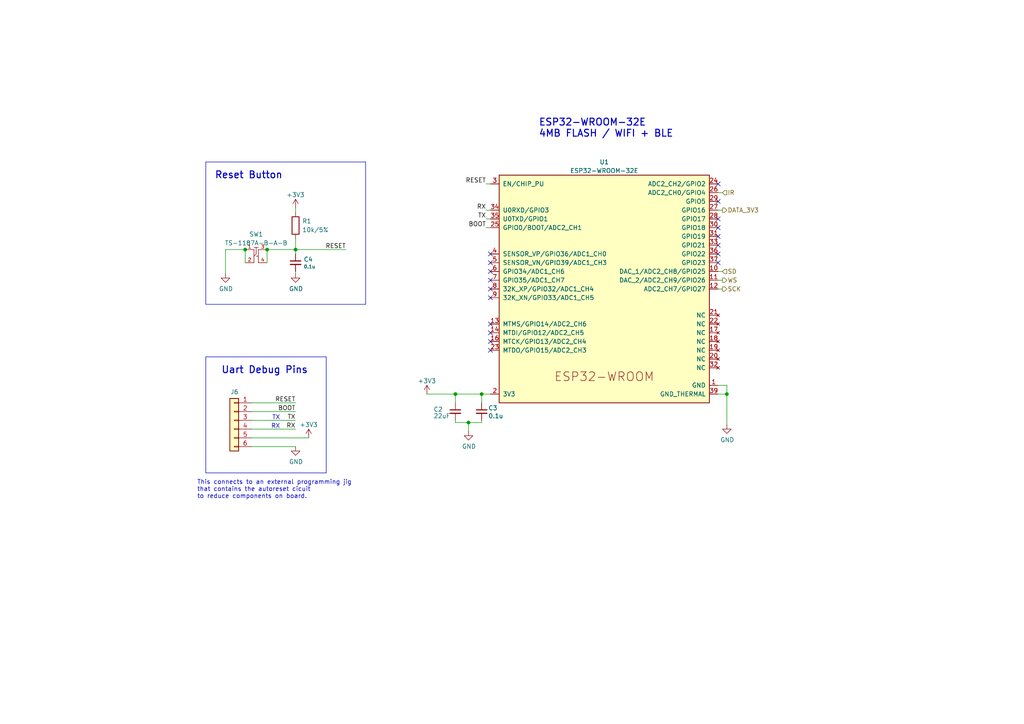
<source format=kicad_sch>
(kicad_sch (version 20230121) (generator eeschema)

  (uuid 414bc9e6-b63b-43de-9d34-6e66a291f1b0)

  (paper "A4")

  (lib_symbols
    (symbol "0000:TS-1187A-B-A-B" (pin_names (offset 1.016)) (in_bom yes) (on_board yes)
      (property "Reference" "SW" (at -1.27 3.81 0)
        (effects (font (size 1.27 1.27)) (justify left bottom))
      )
      (property "Value" "TS-1187A-B-A-B" (at -9.525 -5.08 0)
        (effects (font (size 1.27 1.27)) (justify left top))
      )
      (property "Footprint" "0000:TS-1187A-B-A-B" (at 0.635 -8.89 0)
        (effects (font (size 1.27 1.27)) (justify bottom) hide)
      )
      (property "Datasheet" "" (at 0 1.27 0)
        (effects (font (size 1.27 1.27)) hide)
      )
      (symbol "TS-1187A-B-A-B_0_0"
        (pin passive line (at -3.175 1.27 0) (length 2.54)
          (name "" (effects (font (size 1.016 1.016))))
          (number "1" (effects (font (size 1.016 1.016))))
        )
        (pin passive line (at -3.175 -2.54 0) (length 2.54)
          (name "" (effects (font (size 1.016 1.016))))
          (number "2" (effects (font (size 1.016 1.016))))
        )
        (pin passive line (at 3.175 1.27 180) (length 2.54)
          (name "" (effects (font (size 1.016 1.016))))
          (number "3" (effects (font (size 1.016 1.016))))
        )
        (pin passive line (at 3.175 -2.54 180) (length 2.54)
          (name "" (effects (font (size 1.016 1.016))))
          (number "4" (effects (font (size 1.016 1.016))))
        )
      )
      (symbol "TS-1187A-B-A-B_0_1"
        (polyline
          (pts
            (xy -0.635 1.27)
            (xy -0.635 -2.54)
          )
          (stroke (width 0) (type default))
          (fill (type none))
        )
        (polyline
          (pts
            (xy -0.635 1.905)
            (xy 0.635 1.905)
          )
          (stroke (width 0) (type default))
          (fill (type none))
        )
        (polyline
          (pts
            (xy 0 0)
            (xy -0.635 -0.635)
          )
          (stroke (width 0) (type default))
          (fill (type none))
        )
        (polyline
          (pts
            (xy 0 0.635)
            (xy 0 0)
          )
          (stroke (width 0) (type default))
          (fill (type none))
        )
        (polyline
          (pts
            (xy 0 0.635)
            (xy 0 1.905)
          )
          (stroke (width 0) (type default))
          (fill (type none))
        )
        (polyline
          (pts
            (xy 0.635 -2.54)
            (xy 0.635 1.27)
          )
          (stroke (width 0) (type default))
          (fill (type none))
        )
        (polyline
          (pts
            (xy 0.635 -0.635)
            (xy 0 -0.635)
          )
          (stroke (width 0) (type default))
          (fill (type none))
        )
      )
    )
    (symbol "Connector_Generic:Conn_01x06" (pin_names (offset 1.016) hide) (in_bom yes) (on_board yes)
      (property "Reference" "J" (at 0 7.62 0)
        (effects (font (size 1.27 1.27)))
      )
      (property "Value" "Conn_01x06" (at 0 -10.16 0)
        (effects (font (size 1.27 1.27)))
      )
      (property "Footprint" "" (at 0 0 0)
        (effects (font (size 1.27 1.27)) hide)
      )
      (property "Datasheet" "~" (at 0 0 0)
        (effects (font (size 1.27 1.27)) hide)
      )
      (property "ki_keywords" "connector" (at 0 0 0)
        (effects (font (size 1.27 1.27)) hide)
      )
      (property "ki_description" "Generic connector, single row, 01x06, script generated (kicad-library-utils/schlib/autogen/connector/)" (at 0 0 0)
        (effects (font (size 1.27 1.27)) hide)
      )
      (property "ki_fp_filters" "Connector*:*_1x??_*" (at 0 0 0)
        (effects (font (size 1.27 1.27)) hide)
      )
      (symbol "Conn_01x06_1_1"
        (rectangle (start -1.27 -7.493) (end 0 -7.747)
          (stroke (width 0.1524) (type default))
          (fill (type none))
        )
        (rectangle (start -1.27 -4.953) (end 0 -5.207)
          (stroke (width 0.1524) (type default))
          (fill (type none))
        )
        (rectangle (start -1.27 -2.413) (end 0 -2.667)
          (stroke (width 0.1524) (type default))
          (fill (type none))
        )
        (rectangle (start -1.27 0.127) (end 0 -0.127)
          (stroke (width 0.1524) (type default))
          (fill (type none))
        )
        (rectangle (start -1.27 2.667) (end 0 2.413)
          (stroke (width 0.1524) (type default))
          (fill (type none))
        )
        (rectangle (start -1.27 5.207) (end 0 4.953)
          (stroke (width 0.1524) (type default))
          (fill (type none))
        )
        (rectangle (start -1.27 6.35) (end 1.27 -8.89)
          (stroke (width 0.254) (type default))
          (fill (type background))
        )
        (pin passive line (at -5.08 5.08 0) (length 3.81)
          (name "Pin_1" (effects (font (size 1.27 1.27))))
          (number "1" (effects (font (size 1.27 1.27))))
        )
        (pin passive line (at -5.08 2.54 0) (length 3.81)
          (name "Pin_2" (effects (font (size 1.27 1.27))))
          (number "2" (effects (font (size 1.27 1.27))))
        )
        (pin passive line (at -5.08 0 0) (length 3.81)
          (name "Pin_3" (effects (font (size 1.27 1.27))))
          (number "3" (effects (font (size 1.27 1.27))))
        )
        (pin passive line (at -5.08 -2.54 0) (length 3.81)
          (name "Pin_4" (effects (font (size 1.27 1.27))))
          (number "4" (effects (font (size 1.27 1.27))))
        )
        (pin passive line (at -5.08 -5.08 0) (length 3.81)
          (name "Pin_5" (effects (font (size 1.27 1.27))))
          (number "5" (effects (font (size 1.27 1.27))))
        )
        (pin passive line (at -5.08 -7.62 0) (length 3.81)
          (name "Pin_6" (effects (font (size 1.27 1.27))))
          (number "6" (effects (font (size 1.27 1.27))))
        )
      )
    )
    (symbol "Device:C_Small" (pin_numbers hide) (pin_names (offset 0.254) hide) (in_bom yes) (on_board yes)
      (property "Reference" "C" (at 0.254 1.778 0)
        (effects (font (size 1.27 1.27)) (justify left))
      )
      (property "Value" "C_Small" (at 0.254 -2.032 0)
        (effects (font (size 1.27 1.27)) (justify left))
      )
      (property "Footprint" "" (at 0 0 0)
        (effects (font (size 1.27 1.27)) hide)
      )
      (property "Datasheet" "~" (at 0 0 0)
        (effects (font (size 1.27 1.27)) hide)
      )
      (property "ki_keywords" "capacitor cap" (at 0 0 0)
        (effects (font (size 1.27 1.27)) hide)
      )
      (property "ki_description" "Unpolarized capacitor, small symbol" (at 0 0 0)
        (effects (font (size 1.27 1.27)) hide)
      )
      (property "ki_fp_filters" "C_*" (at 0 0 0)
        (effects (font (size 1.27 1.27)) hide)
      )
      (symbol "C_Small_0_1"
        (polyline
          (pts
            (xy -1.524 -0.508)
            (xy 1.524 -0.508)
          )
          (stroke (width 0.3302) (type default))
          (fill (type none))
        )
        (polyline
          (pts
            (xy -1.524 0.508)
            (xy 1.524 0.508)
          )
          (stroke (width 0.3048) (type default))
          (fill (type none))
        )
      )
      (symbol "C_Small_1_1"
        (pin passive line (at 0 2.54 270) (length 2.032)
          (name "~" (effects (font (size 1.27 1.27))))
          (number "1" (effects (font (size 1.27 1.27))))
        )
        (pin passive line (at 0 -2.54 90) (length 2.032)
          (name "~" (effects (font (size 1.27 1.27))))
          (number "2" (effects (font (size 1.27 1.27))))
        )
      )
    )
    (symbol "Device:R" (pin_numbers hide) (pin_names (offset 0)) (in_bom yes) (on_board yes)
      (property "Reference" "R" (at 2.032 0 90)
        (effects (font (size 1.27 1.27)))
      )
      (property "Value" "R" (at 0 0 90)
        (effects (font (size 1.27 1.27)))
      )
      (property "Footprint" "" (at -1.778 0 90)
        (effects (font (size 1.27 1.27)) hide)
      )
      (property "Datasheet" "~" (at 0 0 0)
        (effects (font (size 1.27 1.27)) hide)
      )
      (property "ki_keywords" "R res resistor" (at 0 0 0)
        (effects (font (size 1.27 1.27)) hide)
      )
      (property "ki_description" "Resistor" (at 0 0 0)
        (effects (font (size 1.27 1.27)) hide)
      )
      (property "ki_fp_filters" "R_*" (at 0 0 0)
        (effects (font (size 1.27 1.27)) hide)
      )
      (symbol "R_0_1"
        (rectangle (start -1.016 -2.54) (end 1.016 2.54)
          (stroke (width 0.254) (type default))
          (fill (type none))
        )
      )
      (symbol "R_1_1"
        (pin passive line (at 0 3.81 270) (length 1.27)
          (name "~" (effects (font (size 1.27 1.27))))
          (number "1" (effects (font (size 1.27 1.27))))
        )
        (pin passive line (at 0 -3.81 90) (length 1.27)
          (name "~" (effects (font (size 1.27 1.27))))
          (number "2" (effects (font (size 1.27 1.27))))
        )
      )
    )
    (symbol "Espressif:ESP32-WROOM-E" (pin_names (offset 1.016)) (in_bom yes) (on_board yes)
      (property "Reference" "U" (at -30.48 38.1 0)
        (effects (font (size 1.27 1.27)) (justify left))
      )
      (property "Value" "ESP32-WROOM-E" (at -30.48 35.56 0)
        (effects (font (size 1.27 1.27)) (justify left))
      )
      (property "Footprint" "Espressif:ESP32-WROOM-32E" (at 0 -38.1 0)
        (effects (font (size 1.27 1.27)) hide)
      )
      (property "Datasheet" "https://www.espressif.com/sites/default/files/documentation/esp32-wroom-32e_esp32-wroom-32ue_datasheet_en.pdf" (at 0 -35.56 0)
        (effects (font (size 1.27 1.27)) hide)
      )
      (property "ki_keywords" "ESP32" (at 0 0 0)
        (effects (font (size 1.27 1.27)) hide)
      )
      (property "ki_description" "ESP32-WROOM-32E integrates ESP32-D0WD-V3, with higher stability and safety performance." (at 0 0 0)
        (effects (font (size 1.27 1.27)) hide)
      )
      (symbol "ESP32-WROOM-E_0_1"
        (rectangle (start -30.48 33.02) (end 30.48 -33.02)
          (stroke (width 0.254) (type default))
          (fill (type background))
        )
      )
      (symbol "ESP32-WROOM-E_1_1"
        (text "ESP32-­WROOM­" (at 0 -25.4 0)
          (effects (font (size 2.54 2.54)))
        )
        (pin power_in line (at 33.02 -27.94 180) (length 2.54)
          (name "GND" (effects (font (size 1.27 1.27))))
          (number "1" (effects (font (size 1.27 1.27))))
        )
        (pin bidirectional line (at 33.02 5.08 180) (length 2.54)
          (name "DAC_1/ADC2_CH8/GPIO25" (effects (font (size 1.27 1.27))))
          (number "10" (effects (font (size 1.27 1.27))))
        )
        (pin bidirectional line (at 33.02 2.54 180) (length 2.54)
          (name "DAC_2/ADC2_CH9/GPIO26" (effects (font (size 1.27 1.27))))
          (number "11" (effects (font (size 1.27 1.27))))
        )
        (pin bidirectional line (at 33.02 0 180) (length 2.54)
          (name "ADC2_CH7/GPIO27" (effects (font (size 1.27 1.27))))
          (number "12" (effects (font (size 1.27 1.27))))
        )
        (pin bidirectional line (at -33.02 -10.16 0) (length 2.54)
          (name "MTMS/GPIO14/ADC2_CH6" (effects (font (size 1.27 1.27))))
          (number "13" (effects (font (size 1.27 1.27))))
        )
        (pin bidirectional line (at -33.02 -12.7 0) (length 2.54)
          (name "MTDI/GPIO12/ADC2_CH5" (effects (font (size 1.27 1.27))))
          (number "14" (effects (font (size 1.27 1.27))))
        )
        (pin passive line (at 33.02 -27.94 180) (length 2.54) hide
          (name "GND" (effects (font (size 1.27 1.27))))
          (number "15" (effects (font (size 1.27 1.27))))
        )
        (pin bidirectional line (at -33.02 -15.24 0) (length 2.54)
          (name "MTCK/GPIO13/ADC2_CH4" (effects (font (size 1.27 1.27))))
          (number "16" (effects (font (size 1.27 1.27))))
        )
        (pin no_connect line (at 33.02 -12.7 180) (length 2.54)
          (name "NC" (effects (font (size 1.27 1.27))))
          (number "17" (effects (font (size 1.27 1.27))))
        )
        (pin no_connect line (at 33.02 -15.24 180) (length 2.54)
          (name "NC" (effects (font (size 1.27 1.27))))
          (number "18" (effects (font (size 1.27 1.27))))
        )
        (pin no_connect line (at 33.02 -17.78 180) (length 2.54)
          (name "NC" (effects (font (size 1.27 1.27))))
          (number "19" (effects (font (size 1.27 1.27))))
        )
        (pin power_in line (at -33.02 -30.48 0) (length 2.54)
          (name "3V3" (effects (font (size 1.27 1.27))))
          (number "2" (effects (font (size 1.27 1.27))))
        )
        (pin no_connect line (at 33.02 -20.32 180) (length 2.54)
          (name "NC" (effects (font (size 1.27 1.27))))
          (number "20" (effects (font (size 1.27 1.27))))
        )
        (pin no_connect line (at 33.02 -7.62 180) (length 2.54)
          (name "NC" (effects (font (size 1.27 1.27))))
          (number "21" (effects (font (size 1.27 1.27))))
        )
        (pin no_connect line (at 33.02 -10.16 180) (length 2.54)
          (name "NC" (effects (font (size 1.27 1.27))))
          (number "22" (effects (font (size 1.27 1.27))))
        )
        (pin bidirectional line (at -33.02 -17.78 0) (length 2.54)
          (name "MTDO/GPIO15/ADC2_CH3" (effects (font (size 1.27 1.27))))
          (number "23" (effects (font (size 1.27 1.27))))
        )
        (pin bidirectional line (at 33.02 30.48 180) (length 2.54)
          (name "ADC2_CH2/GPIO2" (effects (font (size 1.27 1.27))))
          (number "24" (effects (font (size 1.27 1.27))))
        )
        (pin bidirectional line (at -33.02 17.78 0) (length 2.54)
          (name "GPIO0/BOOT/ADC2_CH1" (effects (font (size 1.27 1.27))))
          (number "25" (effects (font (size 1.27 1.27))))
        )
        (pin bidirectional line (at 33.02 27.94 180) (length 2.54)
          (name "ADC2_CH0/GPIO4" (effects (font (size 1.27 1.27))))
          (number "26" (effects (font (size 1.27 1.27))))
        )
        (pin bidirectional line (at 33.02 22.86 180) (length 2.54)
          (name "GPIO16" (effects (font (size 1.27 1.27))))
          (number "27" (effects (font (size 1.27 1.27))))
        )
        (pin bidirectional line (at 33.02 20.32 180) (length 2.54)
          (name "GPIO17" (effects (font (size 1.27 1.27))))
          (number "28" (effects (font (size 1.27 1.27))))
        )
        (pin bidirectional line (at 33.02 25.4 180) (length 2.54)
          (name "GPIO5" (effects (font (size 1.27 1.27))))
          (number "29" (effects (font (size 1.27 1.27))))
        )
        (pin input line (at -33.02 30.48 0) (length 2.54)
          (name "EN/CHIP_PU" (effects (font (size 1.27 1.27))))
          (number "3" (effects (font (size 1.27 1.27))))
        )
        (pin bidirectional line (at 33.02 17.78 180) (length 2.54)
          (name "GPIO18" (effects (font (size 1.27 1.27))))
          (number "30" (effects (font (size 1.27 1.27))))
        )
        (pin bidirectional line (at 33.02 15.24 180) (length 2.54)
          (name "GPIO19" (effects (font (size 1.27 1.27))))
          (number "31" (effects (font (size 1.27 1.27))))
        )
        (pin no_connect line (at 33.02 -22.86 180) (length 2.54)
          (name "NC" (effects (font (size 1.27 1.27))))
          (number "32" (effects (font (size 1.27 1.27))))
        )
        (pin bidirectional line (at 33.02 12.7 180) (length 2.54)
          (name "GPIO21" (effects (font (size 1.27 1.27))))
          (number "33" (effects (font (size 1.27 1.27))))
        )
        (pin bidirectional line (at -33.02 22.86 0) (length 2.54)
          (name "U0RXD/GPIO3" (effects (font (size 1.27 1.27))))
          (number "34" (effects (font (size 1.27 1.27))))
        )
        (pin bidirectional line (at -33.02 20.32 0) (length 2.54)
          (name "U0TXD/GPIO1" (effects (font (size 1.27 1.27))))
          (number "35" (effects (font (size 1.27 1.27))))
        )
        (pin bidirectional line (at 33.02 10.16 180) (length 2.54)
          (name "GPIO22" (effects (font (size 1.27 1.27))))
          (number "36" (effects (font (size 1.27 1.27))))
        )
        (pin bidirectional line (at 33.02 7.62 180) (length 2.54)
          (name "GPIO23" (effects (font (size 1.27 1.27))))
          (number "37" (effects (font (size 1.27 1.27))))
        )
        (pin passive line (at 33.02 -27.94 180) (length 2.54) hide
          (name "GND" (effects (font (size 1.27 1.27))))
          (number "38" (effects (font (size 1.27 1.27))))
        )
        (pin power_in line (at 33.02 -30.48 180) (length 2.54)
          (name "GND_THERMAL" (effects (font (size 1.27 1.27))))
          (number "39" (effects (font (size 1.27 1.27))))
        )
        (pin input line (at -33.02 10.16 0) (length 2.54)
          (name "SENSOR_VP/GPIO36/ADC1_CH0" (effects (font (size 1.27 1.27))))
          (number "4" (effects (font (size 1.27 1.27))))
        )
        (pin input line (at -33.02 7.62 0) (length 2.54)
          (name "SENSOR_VN/GPIO39/ADC1_CH3" (effects (font (size 1.27 1.27))))
          (number "5" (effects (font (size 1.27 1.27))))
        )
        (pin input line (at -33.02 5.08 0) (length 2.54)
          (name "GPIO34/ADC1_CH6" (effects (font (size 1.27 1.27))))
          (number "6" (effects (font (size 1.27 1.27))))
        )
        (pin input line (at -33.02 2.54 0) (length 2.54)
          (name "GPIO35/ADC1_CH7" (effects (font (size 1.27 1.27))))
          (number "7" (effects (font (size 1.27 1.27))))
        )
        (pin bidirectional line (at -33.02 0 0) (length 2.54)
          (name "32K_XP/GPIO32/ADC1_CH4" (effects (font (size 1.27 1.27))))
          (number "8" (effects (font (size 1.27 1.27))))
        )
        (pin bidirectional line (at -33.02 -2.54 0) (length 2.54)
          (name "32K_XN/GPIO33/ADC1_CH5" (effects (font (size 1.27 1.27))))
          (number "9" (effects (font (size 1.27 1.27))))
        )
      )
    )
    (symbol "power:+3V3" (power) (pin_names (offset 0)) (in_bom yes) (on_board yes)
      (property "Reference" "#PWR" (at 0 -3.81 0)
        (effects (font (size 1.27 1.27)) hide)
      )
      (property "Value" "+3V3" (at 0 3.556 0)
        (effects (font (size 1.27 1.27)))
      )
      (property "Footprint" "" (at 0 0 0)
        (effects (font (size 1.27 1.27)) hide)
      )
      (property "Datasheet" "" (at 0 0 0)
        (effects (font (size 1.27 1.27)) hide)
      )
      (property "ki_keywords" "global power" (at 0 0 0)
        (effects (font (size 1.27 1.27)) hide)
      )
      (property "ki_description" "Power symbol creates a global label with name \"+3V3\"" (at 0 0 0)
        (effects (font (size 1.27 1.27)) hide)
      )
      (symbol "+3V3_0_1"
        (polyline
          (pts
            (xy -0.762 1.27)
            (xy 0 2.54)
          )
          (stroke (width 0) (type default))
          (fill (type none))
        )
        (polyline
          (pts
            (xy 0 0)
            (xy 0 2.54)
          )
          (stroke (width 0) (type default))
          (fill (type none))
        )
        (polyline
          (pts
            (xy 0 2.54)
            (xy 0.762 1.27)
          )
          (stroke (width 0) (type default))
          (fill (type none))
        )
      )
      (symbol "+3V3_1_1"
        (pin power_in line (at 0 0 90) (length 0) hide
          (name "+3V3" (effects (font (size 1.27 1.27))))
          (number "1" (effects (font (size 1.27 1.27))))
        )
      )
    )
    (symbol "power:GND" (power) (pin_names (offset 0)) (in_bom yes) (on_board yes)
      (property "Reference" "#PWR" (at 0 -6.35 0)
        (effects (font (size 1.27 1.27)) hide)
      )
      (property "Value" "GND" (at 0 -3.81 0)
        (effects (font (size 1.27 1.27)))
      )
      (property "Footprint" "" (at 0 0 0)
        (effects (font (size 1.27 1.27)) hide)
      )
      (property "Datasheet" "" (at 0 0 0)
        (effects (font (size 1.27 1.27)) hide)
      )
      (property "ki_keywords" "global power" (at 0 0 0)
        (effects (font (size 1.27 1.27)) hide)
      )
      (property "ki_description" "Power symbol creates a global label with name \"GND\" , ground" (at 0 0 0)
        (effects (font (size 1.27 1.27)) hide)
      )
      (symbol "GND_0_1"
        (polyline
          (pts
            (xy 0 0)
            (xy 0 -1.27)
            (xy 1.27 -1.27)
            (xy 0 -2.54)
            (xy -1.27 -1.27)
            (xy 0 -1.27)
          )
          (stroke (width 0) (type default))
          (fill (type none))
        )
      )
      (symbol "GND_1_1"
        (pin power_in line (at 0 0 270) (length 0) hide
          (name "GND" (effects (font (size 1.27 1.27))))
          (number "1" (effects (font (size 1.27 1.27))))
        )
      )
    )
  )

  (junction (at 71.12 72.39) (diameter 0) (color 0 0 0 0)
    (uuid 279699d0-5a4b-4798-9ce1-2cdfef7104aa)
  )
  (junction (at 132.08 114.3) (diameter 0) (color 0 0 0 0)
    (uuid 2f634780-f7db-43d9-9f30-bf5d9613b9ee)
  )
  (junction (at 210.82 114.3) (diameter 0) (color 0 0 0 0)
    (uuid 6affba9f-81e8-4acf-8c52-2c5ee48e18b1)
  )
  (junction (at 139.7 114.3) (diameter 0) (color 0 0 0 0)
    (uuid ab1664f2-482e-4e5c-82dc-9a70e5f749ff)
  )
  (junction (at 77.47 72.39) (diameter 0) (color 0 0 0 0)
    (uuid bd761615-9964-4186-a92f-6724902c24f5)
  )
  (junction (at 135.89 122.555) (diameter 0) (color 0 0 0 0)
    (uuid d7427f3a-0b06-466a-9732-fce6a39ae75a)
  )
  (junction (at 85.725 72.39) (diameter 0) (color 0 0 0 0)
    (uuid ea239748-cb9b-46cc-9950-c22d88559206)
  )

  (no_connect (at 142.24 86.36) (uuid 0a073aa4-8608-4b3a-a98a-64ba06ad4be8))
  (no_connect (at 142.24 101.6) (uuid 18c50f29-8def-493f-81b1-f5759c5af289))
  (no_connect (at 142.24 73.66) (uuid 287e006e-eacf-4f4a-8881-958c02975051))
  (no_connect (at 142.24 93.98) (uuid 3ec5b39b-762f-453d-b813-13255a544bad))
  (no_connect (at 208.28 66.04) (uuid 687204f7-7aa0-4a29-a878-611fcf760df3))
  (no_connect (at 208.28 63.5) (uuid 7040d22a-7e70-4e5b-8ce1-bfb3dc10d044))
  (no_connect (at 208.28 58.42) (uuid 757fbd9d-0e28-4475-87ac-117140221d45))
  (no_connect (at 142.24 76.2) (uuid 9c8d8288-6bb2-4405-9887-d46ed8908c9b))
  (no_connect (at 208.28 53.34) (uuid 9fa713e9-4189-4e67-84dc-22289b2fcf88))
  (no_connect (at 208.28 76.2) (uuid ac1b57b6-0999-4902-a75e-4dc229b8ddc7))
  (no_connect (at 142.24 96.52) (uuid b6566636-43d1-44eb-a243-2573c6bc2c7e))
  (no_connect (at 142.24 78.74) (uuid bc6e3ee7-0240-40ee-b4f7-249cd0928e21))
  (no_connect (at 142.24 83.82) (uuid c856b2f9-e5c6-4498-be98-6910a5b2468c))
  (no_connect (at 208.28 71.12) (uuid cb2441bd-6a0a-43f9-be05-460b33bba99f))
  (no_connect (at 208.28 73.66) (uuid d197ea3c-3da9-46a7-899e-aef2d52cbb8f))
  (no_connect (at 142.24 99.06) (uuid e57513bf-2f36-4eaa-88cf-ea486d218c68))
  (no_connect (at 208.28 68.58) (uuid ef4fdef8-f0b2-44b9-92ca-4b2f70ab9e34))
  (no_connect (at 142.24 81.28) (uuid f2d9efb8-d974-4684-8c5e-95bd4dc2bb1a))

  (wire (pts (xy 85.725 73.66) (xy 85.725 72.39))
    (stroke (width 0) (type default))
    (uuid 002000e8-dc3c-4e0a-99f9-7875ec5d7f2b)
  )
  (wire (pts (xy 135.89 122.555) (xy 139.7 122.555))
    (stroke (width 0) (type default))
    (uuid 03e0e8de-366b-44df-91d8-e6bbd74ed6a9)
  )
  (polyline (pts (xy 59.69 88.265) (xy 59.69 46.99))
    (stroke (width 0) (type default))
    (uuid 058e418b-6b83-4301-9311-691486044f65)
  )

  (wire (pts (xy 77.47 72.39) (xy 85.725 72.39))
    (stroke (width 0) (type default))
    (uuid 0f681ca0-f507-4893-b6d9-59164a131a1b)
  )
  (wire (pts (xy 73.025 121.92) (xy 85.725 121.92))
    (stroke (width 0) (type default))
    (uuid 1c7af27b-02c6-4ab2-b76b-545227ff57ff)
  )
  (polyline (pts (xy 106.045 88.265) (xy 59.69 88.265))
    (stroke (width 0) (type default))
    (uuid 1ef4ef52-dd23-4ade-94a2-cf4990640540)
  )

  (wire (pts (xy 73.025 127) (xy 89.535 127))
    (stroke (width 0) (type default))
    (uuid 2759685d-051c-4dcf-ab07-1922f6331f41)
  )
  (wire (pts (xy 140.97 66.04) (xy 142.24 66.04))
    (stroke (width 0) (type default))
    (uuid 314a4d54-d1d0-46a4-a287-d92238470f2a)
  )
  (polyline (pts (xy 94.615 103.505) (xy 94.615 137.16))
    (stroke (width 0) (type default))
    (uuid 3493bc7f-3b84-4629-9f8d-a26278b6d87d)
  )

  (wire (pts (xy 132.08 114.3) (xy 132.08 116.84))
    (stroke (width 0) (type default))
    (uuid 3a3581bd-7de5-43b0-b9cf-b04466f3b821)
  )
  (polyline (pts (xy 59.69 46.99) (xy 106.045 46.99))
    (stroke (width 0) (type default))
    (uuid 3d8cc0d6-95ed-42bb-abf5-c9fd4f62aef3)
  )

  (wire (pts (xy 132.08 122.555) (xy 135.89 122.555))
    (stroke (width 0) (type default))
    (uuid 42038eca-7877-41bf-9956-d369dff1f5e3)
  )
  (wire (pts (xy 123.825 114.3) (xy 132.08 114.3))
    (stroke (width 0) (type default))
    (uuid 46b25584-638f-44ae-a6a5-06d2b2299591)
  )
  (wire (pts (xy 140.97 60.96) (xy 142.24 60.96))
    (stroke (width 0) (type default))
    (uuid 48e73499-cac8-4eb1-bbc5-5dbd1987ea97)
  )
  (wire (pts (xy 210.82 114.3) (xy 210.82 123.19))
    (stroke (width 0) (type default))
    (uuid 4e0fd09c-6fdc-4447-9e5d-c7b99ab386d5)
  )
  (wire (pts (xy 140.97 53.34) (xy 142.24 53.34))
    (stroke (width 0) (type default))
    (uuid 56f53f4a-14a7-4d9f-8029-503408923766)
  )
  (wire (pts (xy 209.55 60.96) (xy 208.28 60.96))
    (stroke (width 0) (type default))
    (uuid 5a1528b0-43e8-4b26-8197-e4f0db09db21)
  )
  (wire (pts (xy 73.025 124.46) (xy 85.725 124.46))
    (stroke (width 0) (type default))
    (uuid 5d110c9d-3ace-458d-ac76-c0388a9bcb42)
  )
  (wire (pts (xy 85.725 72.39) (xy 100.33 72.39))
    (stroke (width 0) (type default))
    (uuid 609667fd-be09-4940-8376-c15ba4865ee0)
  )
  (wire (pts (xy 210.82 111.76) (xy 210.82 114.3))
    (stroke (width 0) (type default))
    (uuid 6112b0e5-62e7-4588-9bcd-109b376579d4)
  )
  (wire (pts (xy 73.025 116.84) (xy 85.725 116.84))
    (stroke (width 0) (type default))
    (uuid 62375d18-4da8-47e8-bff9-6557d98b3cee)
  )
  (wire (pts (xy 209.55 78.74) (xy 208.28 78.74))
    (stroke (width 0) (type default))
    (uuid 82b8f335-7d5a-4d97-a174-2e3d3c964625)
  )
  (wire (pts (xy 73.025 119.38) (xy 85.725 119.38))
    (stroke (width 0) (type default))
    (uuid 882206ee-ab5e-4eb1-a67f-f9cc5aea4982)
  )
  (wire (pts (xy 85.725 79.375) (xy 85.725 78.74))
    (stroke (width 0) (type default))
    (uuid 8d5884c7-c5ea-4a43-8224-2219098412e6)
  )
  (wire (pts (xy 132.08 121.92) (xy 132.08 122.555))
    (stroke (width 0) (type default))
    (uuid 99eb50de-6a5b-49a6-9508-5e004b063253)
  )
  (wire (pts (xy 135.89 125.095) (xy 135.89 122.555))
    (stroke (width 0) (type default))
    (uuid a05b8f45-d620-4659-8139-98bebd110863)
  )
  (wire (pts (xy 85.725 69.215) (xy 85.725 72.39))
    (stroke (width 0) (type default))
    (uuid a10cad32-79a9-4f49-a388-7f5aa96e13f9)
  )
  (wire (pts (xy 208.28 114.3) (xy 210.82 114.3))
    (stroke (width 0) (type default))
    (uuid a91c2c03-a6b6-42b9-8cad-40d5a8ff58f7)
  )
  (wire (pts (xy 65.405 72.39) (xy 71.12 72.39))
    (stroke (width 0) (type default))
    (uuid aa3e5082-829e-4cd5-bf78-e7ffc044185f)
  )
  (polyline (pts (xy 59.69 137.16) (xy 59.69 103.505))
    (stroke (width 0) (type default))
    (uuid ac299848-454a-4412-84ca-7ca3f0dc2e6f)
  )

  (wire (pts (xy 209.55 83.82) (xy 208.28 83.82))
    (stroke (width 0) (type default))
    (uuid b638639c-456b-453e-92c0-187741309150)
  )
  (polyline (pts (xy 59.69 103.505) (xy 94.615 103.505))
    (stroke (width 0) (type default))
    (uuid b96cccbf-c31c-4a7e-8425-79422e1bf1fa)
  )

  (wire (pts (xy 132.08 114.3) (xy 139.7 114.3))
    (stroke (width 0) (type default))
    (uuid bab0d6ff-5aee-4326-819b-02c346ed54f2)
  )
  (wire (pts (xy 77.47 72.39) (xy 77.47 76.2))
    (stroke (width 0) (type default))
    (uuid bde98a60-e56c-4cc0-a0fd-8fa1aeb77d45)
  )
  (polyline (pts (xy 94.615 137.16) (xy 59.69 137.16))
    (stroke (width 0) (type default))
    (uuid be024d49-cfd0-4c13-b124-4c78211183f3)
  )

  (wire (pts (xy 73.025 129.54) (xy 85.725 129.54))
    (stroke (width 0) (type default))
    (uuid c1126a88-f6bf-4694-b452-3582455e7b23)
  )
  (wire (pts (xy 208.28 111.76) (xy 210.82 111.76))
    (stroke (width 0) (type default))
    (uuid c44f3463-29b1-4173-9311-8211a2c3fc25)
  )
  (wire (pts (xy 65.405 72.39) (xy 65.405 79.375))
    (stroke (width 0) (type default))
    (uuid c47b598d-486e-4e0b-a026-c06a54ef5d48)
  )
  (wire (pts (xy 209.55 55.88) (xy 208.28 55.88))
    (stroke (width 0) (type default))
    (uuid c526376f-5228-4356-862a-9b3a9dea73b4)
  )
  (wire (pts (xy 139.7 114.3) (xy 142.24 114.3))
    (stroke (width 0) (type default))
    (uuid c82362f1-8f0f-4f54-bde1-34c497b88943)
  )
  (wire (pts (xy 71.12 72.39) (xy 71.12 76.2))
    (stroke (width 0) (type default))
    (uuid d094f389-f323-4459-bc80-1acce32ddb51)
  )
  (wire (pts (xy 209.55 81.28) (xy 208.28 81.28))
    (stroke (width 0) (type default))
    (uuid d5cc38d9-3e83-4099-b719-23956cf8854e)
  )
  (wire (pts (xy 85.725 60.325) (xy 85.725 61.595))
    (stroke (width 0) (type default))
    (uuid e07b1abd-dae9-4b36-81ce-358a672e47e3)
  )
  (wire (pts (xy 140.97 63.5) (xy 142.24 63.5))
    (stroke (width 0) (type default))
    (uuid e74fa8d1-5a92-409d-baa3-9443515de6d7)
  )
  (wire (pts (xy 139.7 122.555) (xy 139.7 121.92))
    (stroke (width 0) (type default))
    (uuid ee15a6f1-4787-48a3-923c-03c4ef5c462d)
  )
  (wire (pts (xy 139.7 116.84) (xy 139.7 114.3))
    (stroke (width 0) (type default))
    (uuid f6616359-1a56-429c-9ae6-8e029354f83b)
  )
  (polyline (pts (xy 106.045 46.99) (xy 106.045 88.265))
    (stroke (width 0) (type default))
    (uuid fcd80964-86a2-4947-b260-d17d08bd3016)
  )

  (text "This connects to an external programming jig\nthat contains the autoreset cicuit\nto reduce components on board."
    (at 57.15 144.78 0)
    (effects (font (size 1.27 1.27)) (justify left bottom))
    (uuid 0d4a5f02-cbb3-4cfa-bcf3-b4c7a83ec65b)
  )
  (text "RX" (at 81.28 124.46 0)
    (effects (font (size 1.27 1.27)) (justify right bottom))
    (uuid 1289c284-7c71-44bf-b25c-373664195a31)
  )
  (text "Reset Button\n" (at 62.23 52.07 0)
    (effects (font (size 2 2) (thickness 0.3) bold) (justify left bottom))
    (uuid aca5cda1-2301-483a-bbd0-7b05793bc43a)
  )
  (text "TX" (at 81.28 121.92 0)
    (effects (font (size 1.27 1.27)) (justify right bottom))
    (uuid ce87b2ac-d48d-42d9-875f-61bd7333627d)
  )
  (text "Uart Debug Pins\n" (at 64.135 108.585 0)
    (effects (font (size 2 2) (thickness 0.3) bold) (justify left bottom))
    (uuid d64ec271-e7bc-4a29-a87b-033d26de5d72)
  )
  (text "ESP32-WROOM-32E\n4MB FLASH / WIFI + BLE" (at 156.21 40.005 0)
    (effects (font (size 2 2) (thickness 0.3) bold) (justify left bottom))
    (uuid f5ba399e-d5e6-4cb2-ae72-41c05611f44b)
  )

  (label "RX" (at 85.725 124.46 180) (fields_autoplaced)
    (effects (font (size 1.27 1.27)) (justify right bottom))
    (uuid 0a472463-aa11-49d8-9ab5-b666bccd9889)
  )
  (label "RESET" (at 140.97 53.34 180) (fields_autoplaced)
    (effects (font (size 1.27 1.27)) (justify right bottom))
    (uuid 0b75d060-b11b-40ce-b152-bfbfe92deeaf)
  )
  (label "BOOT" (at 85.725 119.38 180) (fields_autoplaced)
    (effects (font (size 1.27 1.27)) (justify right bottom))
    (uuid 1de27b39-7f68-4a3f-bd43-10fd721d7b56)
  )
  (label "RESET" (at 100.33 72.39 180) (fields_autoplaced)
    (effects (font (size 1.27 1.27)) (justify right bottom))
    (uuid 447476f2-7e74-4462-b724-2cb613c71f4b)
  )
  (label "RX" (at 140.97 60.96 180) (fields_autoplaced)
    (effects (font (size 1.27 1.27)) (justify right bottom))
    (uuid 7cb4bbee-b3e1-4f35-ada7-31edfaeea7e2)
  )
  (label "TX" (at 140.97 63.5 180) (fields_autoplaced)
    (effects (font (size 1.27 1.27)) (justify right bottom))
    (uuid 862f70ea-fd92-4af8-a32b-4b2db82d39a1)
  )
  (label "BOOT" (at 140.97 66.04 180) (fields_autoplaced)
    (effects (font (size 1.27 1.27)) (justify right bottom))
    (uuid d3cd26ee-1f8e-4bc0-86cb-25d675e65144)
  )
  (label "TX" (at 85.725 121.92 180) (fields_autoplaced)
    (effects (font (size 1.27 1.27)) (justify right bottom))
    (uuid eb01472f-f7be-4cad-98b2-3562b004404b)
  )
  (label "RESET" (at 85.725 116.84 180) (fields_autoplaced)
    (effects (font (size 1.27 1.27)) (justify right bottom))
    (uuid fc171192-e29c-49f0-9421-ad8da20b84d5)
  )

  (hierarchical_label "SCK" (shape output) (at 209.55 83.82 0) (fields_autoplaced)
    (effects (font (size 1.27 1.27)) (justify left))
    (uuid 6d2ecb21-4133-43f1-ba87-b3e52a692891)
  )
  (hierarchical_label "WS" (shape output) (at 209.55 81.28 0) (fields_autoplaced)
    (effects (font (size 1.27 1.27)) (justify left))
    (uuid 756e1af9-2ff4-4809-9ad7-a47cef53b28b)
  )
  (hierarchical_label "DATA_3V3" (shape output) (at 209.55 60.96 0) (fields_autoplaced)
    (effects (font (size 1.27 1.27)) (justify left))
    (uuid 8a195faa-c93a-41e2-88ec-596a828650c5)
  )
  (hierarchical_label "IR" (shape input) (at 209.55 55.88 0) (fields_autoplaced)
    (effects (font (size 1.27 1.27)) (justify left))
    (uuid 9487124b-1a17-4380-bee4-cb1fdb088a27)
  )
  (hierarchical_label "SD" (shape input) (at 209.55 78.74 0) (fields_autoplaced)
    (effects (font (size 1.27 1.27)) (justify left))
    (uuid c37f1566-8aad-4799-9ba0-34fef21ae8ac)
  )

  (symbol (lib_id "Device:C_Small") (at 139.7 119.38 0) (unit 1)
    (in_bom yes) (on_board yes) (dnp no)
    (uuid 03d44e58-facf-46f9-a139-c335e8149f02)
    (property "Reference" "C3" (at 141.605 118.3386 0)
      (effects (font (size 1.27 1.27)) (justify left))
    )
    (property "Value" "0.1u" (at 141.605 120.65 0)
      (effects (font (size 1.27 1.27)) (justify left))
    )
    (property "Footprint" "Capacitor_SMD:C_0603_1608Metric" (at 139.7 119.38 0)
      (effects (font (size 1.27 1.27)) hide)
    )
    (property "Datasheet" "~" (at 139.7 119.38 0)
      (effects (font (size 1.27 1.27)) hide)
    )
    (property "MPN" "CC0603KRX7R9BB104" (at 139.7 119.38 0)
      (effects (font (size 1.27 1.27)) hide)
    )
    (property "Vendor" "JLCPCB" (at 139.7 119.38 0)
      (effects (font (size 1.27 1.27)) hide)
    )
    (pin "1" (uuid 73b3c460-ac54-4121-b1eb-5fb2d8c56f5c))
    (pin "2" (uuid 9b2ff902-9fda-4b2d-876e-6e8c6ed9b8ee))
    (instances
      (project "MoodLamp"
        (path "/e63e39d7-6ac0-4ffd-8aa3-1841a4541b55"
          (reference "C3") (unit 1)
        )
        (path "/e63e39d7-6ac0-4ffd-8aa3-1841a4541b55/81867d0d-8156-4d06-b998-e2618c4987a9"
          (reference "C3") (unit 1)
        )
      )
    )
  )

  (symbol (lib_id "Device:R") (at 85.725 65.405 0) (unit 1)
    (in_bom yes) (on_board yes) (dnp no) (fields_autoplaced)
    (uuid 11a73d45-b236-4ba8-ad67-3a8c5735a2c1)
    (property "Reference" "R1" (at 87.63 64.1349 0)
      (effects (font (size 1.27 1.27)) (justify left))
    )
    (property "Value" "10k/5%" (at 87.63 66.6749 0)
      (effects (font (size 1.27 1.27)) (justify left))
    )
    (property "Footprint" "Resistor_SMD:R_0603_1608Metric" (at 83.947 65.405 90)
      (effects (font (size 1.27 1.27)) hide)
    )
    (property "Datasheet" "~" (at 85.725 65.405 0)
      (effects (font (size 1.27 1.27)) hide)
    )
    (property "MPN" "0603WAF1002T5E" (at 85.725 65.405 0)
      (effects (font (size 1.27 1.27)) hide)
    )
    (property "Vendor" "JLCPCB" (at 85.725 65.405 0)
      (effects (font (size 1.27 1.27)) hide)
    )
    (pin "1" (uuid b0ce6847-24ae-49c5-81b6-57aa6c450a75))
    (pin "2" (uuid a5c0e3f4-7bcb-42b8-861c-af97060f1b7b))
    (instances
      (project "MoodLamp"
        (path "/e63e39d7-6ac0-4ffd-8aa3-1841a4541b55"
          (reference "R1") (unit 1)
        )
        (path "/e63e39d7-6ac0-4ffd-8aa3-1841a4541b55/81867d0d-8156-4d06-b998-e2618c4987a9"
          (reference "R1") (unit 1)
        )
      )
    )
  )

  (symbol (lib_id "Espressif:ESP32-WROOM-E") (at 175.26 83.82 0) (unit 1)
    (in_bom yes) (on_board yes) (dnp no) (fields_autoplaced)
    (uuid 17d3b15b-1ebe-4c50-8703-e7bb71416242)
    (property "Reference" "U1" (at 175.26 46.99 0)
      (effects (font (size 1.27 1.27)))
    )
    (property "Value" "ESP32-WROOM-32E" (at 175.26 49.53 0)
      (effects (font (size 1.27 1.27)))
    )
    (property "Footprint" "Espressif:ESP32-WROOM-32E" (at 175.26 121.92 0)
      (effects (font (size 1.27 1.27)) hide)
    )
    (property "Datasheet" "https://www.espressif.com/sites/default/files/documentation/esp32-wroom-32e_esp32-wroom-32ue_datasheet_en.pdf" (at 175.26 119.38 0)
      (effects (font (size 1.27 1.27)) hide)
    )
    (property "MPN" "ESP32-WROOM-32E-N4" (at 175.26 83.82 0)
      (effects (font (size 1.27 1.27)) hide)
    )
    (property "Vendor" "JLCPCB" (at 175.26 83.82 0)
      (effects (font (size 1.27 1.27)) hide)
    )
    (pin "1" (uuid f96b68a9-b541-4b88-9044-70a46986bd70))
    (pin "10" (uuid 5456cba0-5807-4028-bcd4-65b85b407762))
    (pin "11" (uuid 03417849-3612-4872-8739-1c67600b2be5))
    (pin "12" (uuid d0985a97-e46a-471c-b30b-bc1f7f72976b))
    (pin "13" (uuid 8073c784-c2e1-4456-9ba5-1668845bac6b))
    (pin "14" (uuid e3ba2bd6-3449-4ab7-a331-298ddb7e1341))
    (pin "15" (uuid a5ea67b8-7588-43f2-a910-3cb31d61291b))
    (pin "16" (uuid 9c0adfc3-a151-4cd1-9b6e-6ce5c8c417a1))
    (pin "17" (uuid 9a1507d2-b1b4-489a-a6a6-81e6c8cdc18d))
    (pin "18" (uuid 1714c458-0780-4aa3-8e1b-19a8628100f9))
    (pin "19" (uuid e49917c6-1760-443c-b1a9-e253bcc5a161))
    (pin "2" (uuid c86b46dd-cdfb-4c1c-92b6-eb39b2d702ff))
    (pin "20" (uuid f5e766d3-6508-47d3-8f55-b20887405d41))
    (pin "21" (uuid e189efca-3722-47fb-aeb6-4bfb8f33f488))
    (pin "22" (uuid 697cb6a3-0918-4d6d-9301-28bbcb742e4c))
    (pin "23" (uuid d580c320-9952-4bcb-be35-d517cdbafdb6))
    (pin "24" (uuid 189006f7-3dcf-4b1c-be53-e2bf47684ee2))
    (pin "25" (uuid f94837f1-ebc5-461d-8977-90a3507ac143))
    (pin "26" (uuid 71bb1eec-854a-4fd0-855b-beca4a277a13))
    (pin "27" (uuid 0b07fe29-d13a-469d-9f34-f237c47886e0))
    (pin "28" (uuid d901a751-18bd-44ac-9d50-36b56db4e264))
    (pin "29" (uuid b8ef478b-da54-4538-9a79-b59463f82bd4))
    (pin "3" (uuid d8701588-102d-4f65-8554-fe69458a9cbf))
    (pin "30" (uuid 543a4da7-f979-4691-85ac-54f33bffdfcf))
    (pin "31" (uuid 043056f3-0ccc-4f4b-885f-538f40fe1ac9))
    (pin "32" (uuid 5d8c5c2a-05e7-4ecc-97db-b8b5634593c9))
    (pin "33" (uuid 70878df0-228b-4449-bef4-3b495835e085))
    (pin "34" (uuid 780c784e-7d1d-426e-9e7d-db2a74c40913))
    (pin "35" (uuid 675ad255-31c9-433f-8f1e-e50f6f6b213f))
    (pin "36" (uuid ca86a360-9b8c-4659-a5c5-2dc58573f528))
    (pin "37" (uuid aa3d2a16-2cb3-4af2-8391-74e6a3ae8e4c))
    (pin "38" (uuid fa9cdbcd-6879-477f-ba94-59d5fcb88be2))
    (pin "39" (uuid 778c087b-0152-4006-a074-b8e699aeb1e9))
    (pin "4" (uuid df9415b3-0ac2-49ba-89bf-c771030c5a63))
    (pin "5" (uuid a332a7ac-aa82-4720-8db9-5599948abb9c))
    (pin "6" (uuid c3e4249e-91fc-4be1-aef1-5858a01b73f5))
    (pin "7" (uuid f5a86166-dc4e-4ec4-a173-95ce91e0d023))
    (pin "8" (uuid 23c225c1-7806-4eaa-ba31-608354f13926))
    (pin "9" (uuid 1fc2abde-49ea-454a-a017-ea82c915dcb1))
    (instances
      (project "MoodLamp"
        (path "/e63e39d7-6ac0-4ffd-8aa3-1841a4541b55"
          (reference "U1") (unit 1)
        )
        (path "/e63e39d7-6ac0-4ffd-8aa3-1841a4541b55/81867d0d-8156-4d06-b998-e2618c4987a9"
          (reference "U1") (unit 1)
        )
      )
    )
  )

  (symbol (lib_id "power:GND") (at 85.725 129.54 0) (unit 1)
    (in_bom yes) (on_board yes) (dnp no)
    (uuid 2c0004f7-84be-49f3-ba17-8f4ac19337ed)
    (property "Reference" "#PWR04" (at 85.725 135.89 0)
      (effects (font (size 1.27 1.27)) hide)
    )
    (property "Value" "GND" (at 85.852 133.9342 0)
      (effects (font (size 1.27 1.27)))
    )
    (property "Footprint" "" (at 85.725 129.54 0)
      (effects (font (size 1.27 1.27)) hide)
    )
    (property "Datasheet" "" (at 85.725 129.54 0)
      (effects (font (size 1.27 1.27)) hide)
    )
    (pin "1" (uuid e5d61e43-c303-446f-9433-fe4e604ca0f9))
    (instances
      (project "MoodLamp"
        (path "/e63e39d7-6ac0-4ffd-8aa3-1841a4541b55"
          (reference "#PWR04") (unit 1)
        )
        (path "/e63e39d7-6ac0-4ffd-8aa3-1841a4541b55/81867d0d-8156-4d06-b998-e2618c4987a9"
          (reference "#PWR023") (unit 1)
        )
      )
    )
  )

  (symbol (lib_id "power:+3V3") (at 123.825 114.3 0) (unit 1)
    (in_bom yes) (on_board yes) (dnp no) (fields_autoplaced)
    (uuid 338eaa71-94b1-41f3-86dd-0cdff96a4cc9)
    (property "Reference" "#PWR017" (at 123.825 118.11 0)
      (effects (font (size 1.27 1.27)) hide)
    )
    (property "Value" "+3V3" (at 123.825 110.49 0)
      (effects (font (size 1.27 1.27)))
    )
    (property "Footprint" "" (at 123.825 114.3 0)
      (effects (font (size 1.27 1.27)) hide)
    )
    (property "Datasheet" "" (at 123.825 114.3 0)
      (effects (font (size 1.27 1.27)) hide)
    )
    (pin "1" (uuid 12e23351-08a1-48d7-8edb-de5c0e2f1cd4))
    (instances
      (project "MoodLamp"
        (path "/e63e39d7-6ac0-4ffd-8aa3-1841a4541b55"
          (reference "#PWR017") (unit 1)
        )
        (path "/e63e39d7-6ac0-4ffd-8aa3-1841a4541b55/81867d0d-8156-4d06-b998-e2618c4987a9"
          (reference "#PWR04") (unit 1)
        )
      )
    )
  )

  (symbol (lib_id "power:GND") (at 135.89 125.095 0) (unit 1)
    (in_bom yes) (on_board yes) (dnp no)
    (uuid 51f5fca7-3057-4017-8c51-840d551453b8)
    (property "Reference" "#PWR04" (at 135.89 131.445 0)
      (effects (font (size 1.27 1.27)) hide)
    )
    (property "Value" "GND" (at 136.017 129.4892 0)
      (effects (font (size 1.27 1.27)))
    )
    (property "Footprint" "" (at 135.89 125.095 0)
      (effects (font (size 1.27 1.27)) hide)
    )
    (property "Datasheet" "" (at 135.89 125.095 0)
      (effects (font (size 1.27 1.27)) hide)
    )
    (pin "1" (uuid db7004d7-4639-411b-b5d2-8118785b5a99))
    (instances
      (project "MoodLamp"
        (path "/e63e39d7-6ac0-4ffd-8aa3-1841a4541b55"
          (reference "#PWR04") (unit 1)
        )
        (path "/e63e39d7-6ac0-4ffd-8aa3-1841a4541b55/81867d0d-8156-4d06-b998-e2618c4987a9"
          (reference "#PWR05") (unit 1)
        )
      )
    )
  )

  (symbol (lib_id "0000:TS-1187A-B-A-B") (at 74.295 73.66 0) (unit 1)
    (in_bom yes) (on_board yes) (dnp no) (fields_autoplaced)
    (uuid 5b80f6c8-2b45-4839-9421-cc232b0e310c)
    (property "Reference" "SW1" (at 74.295 67.945 0)
      (effects (font (size 1.27 1.27)))
    )
    (property "Value" "TS-1187A-B-A-B" (at 74.295 70.485 0)
      (effects (font (size 1.27 1.27)))
    )
    (property "Footprint" "0000:TS-1187A-B-A-B" (at 74.93 82.55 0)
      (effects (font (size 1.27 1.27)) (justify bottom) hide)
    )
    (property "Datasheet" "" (at 74.295 72.39 0)
      (effects (font (size 1.27 1.27)) hide)
    )
    (property "MPN" "TS-1187A-B-A-B" (at 74.295 73.66 0)
      (effects (font (size 1.27 1.27)) hide)
    )
    (property "Vendor" "JLCPCB" (at 74.295 73.66 0)
      (effects (font (size 1.27 1.27)) hide)
    )
    (pin "1" (uuid f48b35e8-3ab2-4a09-9977-d3cf6e54f1e9))
    (pin "2" (uuid 0d6aadfa-9861-42a6-b4a6-0be76494ce7b))
    (pin "3" (uuid 3280c4d9-c534-4ac6-8a9a-28330731c97c))
    (pin "4" (uuid 548782e9-0d9a-436e-8dc0-0e66884ada1b))
    (instances
      (project "MoodLamp"
        (path "/e63e39d7-6ac0-4ffd-8aa3-1841a4541b55"
          (reference "SW1") (unit 1)
        )
        (path "/e63e39d7-6ac0-4ffd-8aa3-1841a4541b55/81867d0d-8156-4d06-b998-e2618c4987a9"
          (reference "SW1") (unit 1)
        )
      )
    )
  )

  (symbol (lib_id "power:GND") (at 210.82 123.19 0) (unit 1)
    (in_bom yes) (on_board yes) (dnp no)
    (uuid 8cf0b259-a995-4e90-8573-309f1de921b8)
    (property "Reference" "#PWR05" (at 210.82 129.54 0)
      (effects (font (size 1.27 1.27)) hide)
    )
    (property "Value" "GND" (at 210.947 127.5842 0)
      (effects (font (size 1.27 1.27)))
    )
    (property "Footprint" "" (at 210.82 123.19 0)
      (effects (font (size 1.27 1.27)) hide)
    )
    (property "Datasheet" "" (at 210.82 123.19 0)
      (effects (font (size 1.27 1.27)) hide)
    )
    (pin "1" (uuid 83712bd5-655a-4c4d-a957-ff4fc3eebf2d))
    (instances
      (project "MoodLamp"
        (path "/e63e39d7-6ac0-4ffd-8aa3-1841a4541b55"
          (reference "#PWR05") (unit 1)
        )
        (path "/e63e39d7-6ac0-4ffd-8aa3-1841a4541b55/81867d0d-8156-4d06-b998-e2618c4987a9"
          (reference "#PWR06") (unit 1)
        )
      )
    )
  )

  (symbol (lib_id "Device:C_Small") (at 85.725 76.2 0) (unit 1)
    (in_bom yes) (on_board yes) (dnp no)
    (uuid 8e609307-d630-4206-93fa-fff8529179b9)
    (property "Reference" "C4" (at 88.0618 75.2348 0)
      (effects (font (size 1.27 1.27)) (justify left))
    )
    (property "Value" "0.1u" (at 88.0618 77.343 0)
      (effects (font (size 0.9906 0.9906)) (justify left))
    )
    (property "Footprint" "Capacitor_SMD:C_0603_1608Metric" (at 85.725 76.2 0)
      (effects (font (size 1.27 1.27)) hide)
    )
    (property "Datasheet" "~" (at 85.725 76.2 0)
      (effects (font (size 1.27 1.27)) hide)
    )
    (property "MPN" "CC0603KRX7R9BB104" (at 85.725 76.2 0)
      (effects (font (size 1.27 1.27)) hide)
    )
    (property "Vendor" "JLCPCB" (at 85.725 76.2 0)
      (effects (font (size 1.27 1.27)) hide)
    )
    (pin "1" (uuid 00aeed2a-ec62-4596-8cc4-fa1bb282c400))
    (pin "2" (uuid 5732c015-48ef-4fdc-a03c-2bba629e3e30))
    (instances
      (project "MoodLamp"
        (path "/e63e39d7-6ac0-4ffd-8aa3-1841a4541b55"
          (reference "C4") (unit 1)
        )
        (path "/e63e39d7-6ac0-4ffd-8aa3-1841a4541b55/81867d0d-8156-4d06-b998-e2618c4987a9"
          (reference "C4") (unit 1)
        )
      )
    )
  )

  (symbol (lib_id "power:+3V3") (at 85.725 60.325 0) (unit 1)
    (in_bom yes) (on_board yes) (dnp no) (fields_autoplaced)
    (uuid 9469fbdb-8cc2-42d9-b1bb-e1f4806f0fac)
    (property "Reference" "#PWR019" (at 85.725 64.135 0)
      (effects (font (size 1.27 1.27)) hide)
    )
    (property "Value" "+3V3" (at 85.725 56.515 0)
      (effects (font (size 1.27 1.27)))
    )
    (property "Footprint" "" (at 85.725 60.325 0)
      (effects (font (size 1.27 1.27)) hide)
    )
    (property "Datasheet" "" (at 85.725 60.325 0)
      (effects (font (size 1.27 1.27)) hide)
    )
    (pin "1" (uuid fa46bad5-3a8d-4815-be9a-e87927e77ee3))
    (instances
      (project "MoodLamp"
        (path "/e63e39d7-6ac0-4ffd-8aa3-1841a4541b55"
          (reference "#PWR019") (unit 1)
        )
        (path "/e63e39d7-6ac0-4ffd-8aa3-1841a4541b55/81867d0d-8156-4d06-b998-e2618c4987a9"
          (reference "#PWR017") (unit 1)
        )
      )
    )
  )

  (symbol (lib_id "power:+3V3") (at 89.535 127 0) (unit 1)
    (in_bom yes) (on_board yes) (dnp no) (fields_autoplaced)
    (uuid a678b4c2-9ab6-4bd0-8795-747f2cbf780f)
    (property "Reference" "#PWR017" (at 89.535 130.81 0)
      (effects (font (size 1.27 1.27)) hide)
    )
    (property "Value" "+3V3" (at 89.535 123.19 0)
      (effects (font (size 1.27 1.27)))
    )
    (property "Footprint" "" (at 89.535 127 0)
      (effects (font (size 1.27 1.27)) hide)
    )
    (property "Datasheet" "" (at 89.535 127 0)
      (effects (font (size 1.27 1.27)) hide)
    )
    (pin "1" (uuid 05783905-00b6-4a95-8ef6-9f17ee1e9e90))
    (instances
      (project "MoodLamp"
        (path "/e63e39d7-6ac0-4ffd-8aa3-1841a4541b55"
          (reference "#PWR017") (unit 1)
        )
        (path "/e63e39d7-6ac0-4ffd-8aa3-1841a4541b55/81867d0d-8156-4d06-b998-e2618c4987a9"
          (reference "#PWR022") (unit 1)
        )
      )
    )
  )

  (symbol (lib_id "Device:C_Small") (at 132.08 119.38 0) (unit 1)
    (in_bom yes) (on_board yes) (dnp no)
    (uuid ca2b731b-36c3-4b9a-8cc5-ef47f008bd51)
    (property "Reference" "C2" (at 125.73 118.745 0)
      (effects (font (size 1.27 1.27)) (justify left))
    )
    (property "Value" "22uF" (at 125.73 120.65 0)
      (effects (font (size 1.27 1.27)) (justify left))
    )
    (property "Footprint" "Capacitor_SMD:C_1206_3216Metric" (at 132.08 119.38 0)
      (effects (font (size 1.27 1.27)) hide)
    )
    (property "Datasheet" "~" (at 132.08 119.38 0)
      (effects (font (size 1.27 1.27)) hide)
    )
    (property "MPN" "CL31A226KPHNNNE" (at 132.08 119.38 0)
      (effects (font (size 1.27 1.27)) hide)
    )
    (property "Vendor" "JLCPCB" (at 132.08 119.38 0)
      (effects (font (size 1.27 1.27)) hide)
    )
    (pin "1" (uuid 4373b7b4-8275-46cd-ab6f-16910fca24a6))
    (pin "2" (uuid 1d9cd498-8a65-4207-8cf9-7e9eee15e5c5))
    (instances
      (project "MoodLamp"
        (path "/e63e39d7-6ac0-4ffd-8aa3-1841a4541b55"
          (reference "C2") (unit 1)
        )
        (path "/e63e39d7-6ac0-4ffd-8aa3-1841a4541b55/81867d0d-8156-4d06-b998-e2618c4987a9"
          (reference "C2") (unit 1)
        )
      )
    )
  )

  (symbol (lib_id "power:GND") (at 85.725 79.375 0) (unit 1)
    (in_bom yes) (on_board yes) (dnp no)
    (uuid cd5c054e-599b-4155-92ee-420287730d52)
    (property "Reference" "#PWR07" (at 85.725 85.725 0)
      (effects (font (size 1.27 1.27)) hide)
    )
    (property "Value" "GND" (at 85.852 83.7692 0)
      (effects (font (size 1.27 1.27)))
    )
    (property "Footprint" "" (at 85.725 79.375 0)
      (effects (font (size 1.27 1.27)) hide)
    )
    (property "Datasheet" "" (at 85.725 79.375 0)
      (effects (font (size 1.27 1.27)) hide)
    )
    (pin "1" (uuid 0296b67b-0976-4012-a3fc-75dafd387750))
    (instances
      (project "MoodLamp"
        (path "/e63e39d7-6ac0-4ffd-8aa3-1841a4541b55"
          (reference "#PWR07") (unit 1)
        )
        (path "/e63e39d7-6ac0-4ffd-8aa3-1841a4541b55/81867d0d-8156-4d06-b998-e2618c4987a9"
          (reference "#PWR019") (unit 1)
        )
      )
    )
  )

  (symbol (lib_id "power:GND") (at 65.405 79.375 0) (unit 1)
    (in_bom yes) (on_board yes) (dnp no)
    (uuid f063ad03-1f29-4dfb-bc1e-0c35ae2b94fb)
    (property "Reference" "#PWR06" (at 65.405 85.725 0)
      (effects (font (size 1.27 1.27)) hide)
    )
    (property "Value" "GND" (at 65.532 83.7692 0)
      (effects (font (size 1.27 1.27)))
    )
    (property "Footprint" "" (at 65.405 79.375 0)
      (effects (font (size 1.27 1.27)) hide)
    )
    (property "Datasheet" "" (at 65.405 79.375 0)
      (effects (font (size 1.27 1.27)) hide)
    )
    (pin "1" (uuid 75c1c885-53a7-4a48-8a2d-68f9cae4c5a2))
    (instances
      (project "MoodLamp"
        (path "/e63e39d7-6ac0-4ffd-8aa3-1841a4541b55"
          (reference "#PWR06") (unit 1)
        )
        (path "/e63e39d7-6ac0-4ffd-8aa3-1841a4541b55/81867d0d-8156-4d06-b998-e2618c4987a9"
          (reference "#PWR07") (unit 1)
        )
      )
    )
  )

  (symbol (lib_id "Connector_Generic:Conn_01x06") (at 67.945 121.92 0) (mirror y) (unit 1)
    (in_bom yes) (on_board yes) (dnp no)
    (uuid f101eb64-c8b7-4828-802e-05fdf307d402)
    (property "Reference" "J6" (at 69.215 113.665 0)
      (effects (font (size 1.27 1.27)) (justify left))
    )
    (property "Value" "Conn_01x06" (at 76.835 113.665 0)
      (effects (font (size 1.27 1.27)) (justify left) hide)
    )
    (property "Footprint" "Connector_PinHeader_2.54mm:PinHeader_1x06_P2.54mm_Vertical" (at 67.945 121.92 0)
      (effects (font (size 1.27 1.27)) hide)
    )
    (property "Datasheet" "~" (at 67.945 121.92 0)
      (effects (font (size 1.27 1.27)) hide)
    )
    (pin "1" (uuid aa6037e8-a761-4b4d-929b-8c4a32fa8a67))
    (pin "2" (uuid 09ced99d-099c-42e8-91f9-561a0cd21841))
    (pin "3" (uuid a550ebe4-ca53-49fb-8a80-4d4dbe86b6d4))
    (pin "4" (uuid 1d01436c-da11-415b-ab25-cda425f53851))
    (pin "5" (uuid d1f4c76f-fd2e-493b-8290-78765150e235))
    (pin "6" (uuid 1f4727d6-680b-4f0d-99d9-1fbf275e2e06))
    (instances
      (project "MoodLamp"
        (path "/e63e39d7-6ac0-4ffd-8aa3-1841a4541b55/81867d0d-8156-4d06-b998-e2618c4987a9"
          (reference "J6") (unit 1)
        )
      )
    )
  )
)

</source>
